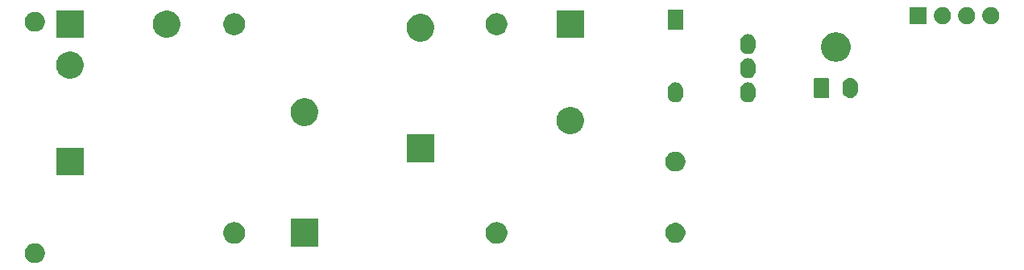
<source format=gbr>
G04 #@! TF.GenerationSoftware,KiCad,Pcbnew,(5.1.5)-3*
G04 #@! TF.CreationDate,2020-07-16T16:27:49-04:00*
G04 #@! TF.ProjectId,AIL_TSAL,41494c5f-5453-4414-9c2e-6b696361645f,rev?*
G04 #@! TF.SameCoordinates,Original*
G04 #@! TF.FileFunction,Soldermask,Bot*
G04 #@! TF.FilePolarity,Negative*
%FSLAX46Y46*%
G04 Gerber Fmt 4.6, Leading zero omitted, Abs format (unit mm)*
G04 Created by KiCad (PCBNEW (5.1.5)-3) date 2020-07-16 16:27:49*
%MOMM*%
%LPD*%
G04 APERTURE LIST*
%ADD10C,0.100000*%
G04 APERTURE END LIST*
D10*
G36*
X81586564Y-113289389D02*
G01*
X81777833Y-113368615D01*
X81777835Y-113368616D01*
X81949973Y-113483635D01*
X82096365Y-113630027D01*
X82211385Y-113802167D01*
X82290611Y-113993436D01*
X82331000Y-114196484D01*
X82331000Y-114403516D01*
X82290611Y-114606564D01*
X82211385Y-114797833D01*
X82211384Y-114797835D01*
X82096365Y-114969973D01*
X81949973Y-115116365D01*
X81777835Y-115231384D01*
X81777834Y-115231385D01*
X81777833Y-115231385D01*
X81586564Y-115310611D01*
X81383516Y-115351000D01*
X81176484Y-115351000D01*
X80973436Y-115310611D01*
X80782167Y-115231385D01*
X80782166Y-115231385D01*
X80782165Y-115231384D01*
X80610027Y-115116365D01*
X80463635Y-114969973D01*
X80348616Y-114797835D01*
X80348615Y-114797833D01*
X80269389Y-114606564D01*
X80229000Y-114403516D01*
X80229000Y-114196484D01*
X80269389Y-113993436D01*
X80348615Y-113802167D01*
X80463635Y-113630027D01*
X80610027Y-113483635D01*
X80782165Y-113368616D01*
X80782167Y-113368615D01*
X80973436Y-113289389D01*
X81176484Y-113249000D01*
X81383516Y-113249000D01*
X81586564Y-113289389D01*
G37*
G36*
X111052000Y-113592000D02*
G01*
X108150000Y-113592000D01*
X108150000Y-110690000D01*
X111052000Y-110690000D01*
X111052000Y-113592000D01*
G37*
G36*
X102459549Y-111041116D02*
G01*
X102570734Y-111063232D01*
X102780203Y-111149997D01*
X102968720Y-111275960D01*
X103129040Y-111436280D01*
X103255003Y-111624797D01*
X103341768Y-111834266D01*
X103386000Y-112056636D01*
X103386000Y-112283364D01*
X103341768Y-112505734D01*
X103255003Y-112715203D01*
X103129040Y-112903720D01*
X102968720Y-113064040D01*
X102780203Y-113190003D01*
X102780202Y-113190004D01*
X102780201Y-113190004D01*
X102718850Y-113215416D01*
X102570734Y-113276768D01*
X102459549Y-113298884D01*
X102348365Y-113321000D01*
X102121635Y-113321000D01*
X102010451Y-113298884D01*
X101899266Y-113276768D01*
X101751150Y-113215416D01*
X101689799Y-113190004D01*
X101689798Y-113190004D01*
X101689797Y-113190003D01*
X101501280Y-113064040D01*
X101340960Y-112903720D01*
X101214997Y-112715203D01*
X101128232Y-112505734D01*
X101084000Y-112283364D01*
X101084000Y-112056636D01*
X101128232Y-111834266D01*
X101214997Y-111624797D01*
X101340960Y-111436280D01*
X101501280Y-111275960D01*
X101689797Y-111149997D01*
X101899266Y-111063232D01*
X102010451Y-111041116D01*
X102121635Y-111019000D01*
X102348365Y-111019000D01*
X102459549Y-111041116D01*
G37*
G36*
X130018549Y-111041116D02*
G01*
X130129734Y-111063232D01*
X130339203Y-111149997D01*
X130527720Y-111275960D01*
X130688040Y-111436280D01*
X130814003Y-111624797D01*
X130900768Y-111834266D01*
X130945000Y-112056636D01*
X130945000Y-112283364D01*
X130900768Y-112505734D01*
X130814003Y-112715203D01*
X130688040Y-112903720D01*
X130527720Y-113064040D01*
X130339203Y-113190003D01*
X130339202Y-113190004D01*
X130339201Y-113190004D01*
X130277850Y-113215416D01*
X130129734Y-113276768D01*
X130018549Y-113298884D01*
X129907365Y-113321000D01*
X129680635Y-113321000D01*
X129569451Y-113298884D01*
X129458266Y-113276768D01*
X129310150Y-113215416D01*
X129248799Y-113190004D01*
X129248798Y-113190004D01*
X129248797Y-113190003D01*
X129060280Y-113064040D01*
X128899960Y-112903720D01*
X128773997Y-112715203D01*
X128687232Y-112505734D01*
X128643000Y-112283364D01*
X128643000Y-112056636D01*
X128687232Y-111834266D01*
X128773997Y-111624797D01*
X128899960Y-111436280D01*
X129060280Y-111275960D01*
X129248797Y-111149997D01*
X129458266Y-111063232D01*
X129569451Y-111041116D01*
X129680635Y-111019000D01*
X129907365Y-111019000D01*
X130018549Y-111041116D01*
G37*
G36*
X148896564Y-111137389D02*
G01*
X149087833Y-111216615D01*
X149087835Y-111216616D01*
X149259973Y-111331635D01*
X149406365Y-111478027D01*
X149504434Y-111624797D01*
X149521385Y-111650167D01*
X149600611Y-111841436D01*
X149641000Y-112044484D01*
X149641000Y-112251516D01*
X149600611Y-112454564D01*
X149521385Y-112645833D01*
X149521384Y-112645835D01*
X149406365Y-112817973D01*
X149259973Y-112964365D01*
X149087835Y-113079384D01*
X149087834Y-113079385D01*
X149087833Y-113079385D01*
X148896564Y-113158611D01*
X148693516Y-113199000D01*
X148486484Y-113199000D01*
X148283436Y-113158611D01*
X148092167Y-113079385D01*
X148092166Y-113079385D01*
X148092165Y-113079384D01*
X147920027Y-112964365D01*
X147773635Y-112817973D01*
X147658616Y-112645835D01*
X147658615Y-112645833D01*
X147579389Y-112454564D01*
X147539000Y-112251516D01*
X147539000Y-112044484D01*
X147579389Y-111841436D01*
X147658615Y-111650167D01*
X147675567Y-111624797D01*
X147773635Y-111478027D01*
X147920027Y-111331635D01*
X148092165Y-111216616D01*
X148092167Y-111216615D01*
X148283436Y-111137389D01*
X148486484Y-111097000D01*
X148693516Y-111097000D01*
X148896564Y-111137389D01*
G37*
G36*
X86414000Y-106099000D02*
G01*
X83512000Y-106099000D01*
X83512000Y-103197000D01*
X86414000Y-103197000D01*
X86414000Y-106099000D01*
G37*
G36*
X148896564Y-103637389D02*
G01*
X149087833Y-103716615D01*
X149087835Y-103716616D01*
X149259973Y-103831635D01*
X149406365Y-103978027D01*
X149521385Y-104150167D01*
X149600611Y-104341436D01*
X149641000Y-104544484D01*
X149641000Y-104751516D01*
X149600611Y-104954564D01*
X149521385Y-105145833D01*
X149521384Y-105145835D01*
X149406365Y-105317973D01*
X149259973Y-105464365D01*
X149087835Y-105579384D01*
X149087834Y-105579385D01*
X149087833Y-105579385D01*
X148896564Y-105658611D01*
X148693516Y-105699000D01*
X148486484Y-105699000D01*
X148283436Y-105658611D01*
X148092167Y-105579385D01*
X148092166Y-105579385D01*
X148092165Y-105579384D01*
X147920027Y-105464365D01*
X147773635Y-105317973D01*
X147658616Y-105145835D01*
X147658615Y-105145833D01*
X147579389Y-104954564D01*
X147539000Y-104751516D01*
X147539000Y-104544484D01*
X147579389Y-104341436D01*
X147658615Y-104150167D01*
X147773635Y-103978027D01*
X147920027Y-103831635D01*
X148092165Y-103716616D01*
X148092167Y-103716615D01*
X148283436Y-103637389D01*
X148486484Y-103597000D01*
X148693516Y-103597000D01*
X148896564Y-103637389D01*
G37*
G36*
X123244000Y-104702000D02*
G01*
X120342000Y-104702000D01*
X120342000Y-101800000D01*
X123244000Y-101800000D01*
X123244000Y-104702000D01*
G37*
G36*
X137964241Y-98934760D02*
G01*
X138228305Y-99044139D01*
X138465958Y-99202934D01*
X138668066Y-99405042D01*
X138826861Y-99642695D01*
X138936240Y-99906759D01*
X138992000Y-100187088D01*
X138992000Y-100472912D01*
X138936240Y-100753241D01*
X138826861Y-101017305D01*
X138668066Y-101254958D01*
X138465958Y-101457066D01*
X138228305Y-101615861D01*
X137964241Y-101725240D01*
X137683912Y-101781000D01*
X137398088Y-101781000D01*
X137117759Y-101725240D01*
X136853695Y-101615861D01*
X136616042Y-101457066D01*
X136413934Y-101254958D01*
X136255139Y-101017305D01*
X136145760Y-100753241D01*
X136090000Y-100472912D01*
X136090000Y-100187088D01*
X136145760Y-99906759D01*
X136255139Y-99642695D01*
X136413934Y-99405042D01*
X136616042Y-99202934D01*
X136853695Y-99044139D01*
X137117759Y-98934760D01*
X137398088Y-98879000D01*
X137683912Y-98879000D01*
X137964241Y-98934760D01*
G37*
G36*
X110024241Y-98045760D02*
G01*
X110288305Y-98155139D01*
X110525958Y-98313934D01*
X110728066Y-98516042D01*
X110886861Y-98753695D01*
X110996240Y-99017759D01*
X111052000Y-99298088D01*
X111052000Y-99583912D01*
X110996240Y-99864241D01*
X110886861Y-100128305D01*
X110728066Y-100365958D01*
X110525958Y-100568066D01*
X110288305Y-100726861D01*
X110024241Y-100836240D01*
X109743912Y-100892000D01*
X109458088Y-100892000D01*
X109177759Y-100836240D01*
X108913695Y-100726861D01*
X108676042Y-100568066D01*
X108473934Y-100365958D01*
X108315139Y-100128305D01*
X108205760Y-99864241D01*
X108150000Y-99583912D01*
X108150000Y-99298088D01*
X108205760Y-99017759D01*
X108315139Y-98753695D01*
X108473934Y-98516042D01*
X108676042Y-98313934D01*
X108913695Y-98155139D01*
X109177759Y-98045760D01*
X109458088Y-97990000D01*
X109743912Y-97990000D01*
X110024241Y-98045760D01*
G37*
G36*
X148747022Y-96318790D02*
G01*
X148847681Y-96349325D01*
X148898012Y-96364592D01*
X149037164Y-96438971D01*
X149159133Y-96539067D01*
X149210497Y-96601655D01*
X149259229Y-96661035D01*
X149333608Y-96800187D01*
X149348875Y-96850518D01*
X149379410Y-96951177D01*
X149391000Y-97068855D01*
X149391000Y-97647545D01*
X149379410Y-97765223D01*
X149355714Y-97843337D01*
X149333608Y-97916213D01*
X149259229Y-98055365D01*
X149159133Y-98177333D01*
X149037165Y-98277429D01*
X148898013Y-98351808D01*
X148847682Y-98367075D01*
X148747023Y-98397610D01*
X148590000Y-98413075D01*
X148432978Y-98397610D01*
X148332319Y-98367075D01*
X148281988Y-98351808D01*
X148142836Y-98277429D01*
X148020868Y-98177333D01*
X148002654Y-98155139D01*
X147920771Y-98055365D01*
X147860003Y-97941676D01*
X147846392Y-97916213D01*
X147824286Y-97843337D01*
X147800590Y-97765223D01*
X147789000Y-97647545D01*
X147789000Y-97068856D01*
X147800590Y-96951178D01*
X147846392Y-96800189D01*
X147846392Y-96800188D01*
X147920771Y-96661036D01*
X147920772Y-96661035D01*
X148020867Y-96539067D01*
X148142835Y-96438971D01*
X148281987Y-96364592D01*
X148332318Y-96349325D01*
X148432977Y-96318790D01*
X148590000Y-96303325D01*
X148747022Y-96318790D01*
G37*
G36*
X156367022Y-96318790D02*
G01*
X156467681Y-96349325D01*
X156518012Y-96364592D01*
X156657164Y-96438971D01*
X156779133Y-96539067D01*
X156830497Y-96601655D01*
X156879229Y-96661035D01*
X156953608Y-96800187D01*
X156968875Y-96850518D01*
X156999410Y-96951177D01*
X157011000Y-97068855D01*
X157011000Y-97647545D01*
X156999410Y-97765223D01*
X156975714Y-97843337D01*
X156953608Y-97916213D01*
X156879229Y-98055365D01*
X156779133Y-98177333D01*
X156657165Y-98277429D01*
X156518013Y-98351808D01*
X156467682Y-98367075D01*
X156367023Y-98397610D01*
X156210000Y-98413075D01*
X156052978Y-98397610D01*
X155952319Y-98367075D01*
X155901988Y-98351808D01*
X155762836Y-98277429D01*
X155640868Y-98177333D01*
X155622654Y-98155139D01*
X155540771Y-98055365D01*
X155480003Y-97941676D01*
X155466392Y-97916213D01*
X155444286Y-97843337D01*
X155420590Y-97765223D01*
X155409000Y-97647545D01*
X155409000Y-97068856D01*
X155420590Y-96951178D01*
X155466392Y-96800189D01*
X155466392Y-96800188D01*
X155540771Y-96661036D01*
X155540772Y-96661035D01*
X155640867Y-96539067D01*
X155762835Y-96438971D01*
X155901987Y-96364592D01*
X155952318Y-96349325D01*
X156052977Y-96318790D01*
X156210000Y-96303325D01*
X156367022Y-96318790D01*
G37*
G36*
X167114022Y-95851590D02*
G01*
X167214681Y-95882125D01*
X167265012Y-95897392D01*
X167342854Y-95939000D01*
X167404164Y-95971771D01*
X167526133Y-96071867D01*
X167626229Y-96193835D01*
X167700608Y-96332987D01*
X167710195Y-96364592D01*
X167746410Y-96483977D01*
X167758000Y-96601655D01*
X167758000Y-97200345D01*
X167746410Y-97318023D01*
X167715875Y-97418682D01*
X167700608Y-97469013D01*
X167626229Y-97608165D01*
X167526133Y-97730133D01*
X167404165Y-97830229D01*
X167265013Y-97904608D01*
X167214682Y-97919875D01*
X167114023Y-97950410D01*
X166957000Y-97965875D01*
X166799978Y-97950410D01*
X166699319Y-97919875D01*
X166648988Y-97904608D01*
X166509836Y-97830229D01*
X166387868Y-97730133D01*
X166359035Y-97695000D01*
X166287772Y-97608165D01*
X166213392Y-97469013D01*
X166198125Y-97418682D01*
X166167590Y-97318023D01*
X166156000Y-97200345D01*
X166156000Y-96601656D01*
X166167590Y-96483978D01*
X166213392Y-96332989D01*
X166213392Y-96332988D01*
X166287771Y-96193836D01*
X166287772Y-96193835D01*
X166387867Y-96071867D01*
X166509835Y-95971771D01*
X166571145Y-95939000D01*
X166648987Y-95897392D01*
X166699318Y-95882125D01*
X166799977Y-95851590D01*
X166957000Y-95836125D01*
X167114022Y-95851590D01*
G37*
G36*
X164610048Y-95844122D02*
G01*
X164644387Y-95854539D01*
X164676036Y-95871456D01*
X164703778Y-95894222D01*
X164726544Y-95921964D01*
X164743461Y-95953613D01*
X164753878Y-95987952D01*
X164758000Y-96029807D01*
X164758000Y-97772193D01*
X164753878Y-97814048D01*
X164743461Y-97848387D01*
X164726544Y-97880036D01*
X164703778Y-97907778D01*
X164676036Y-97930544D01*
X164644387Y-97947461D01*
X164610048Y-97957878D01*
X164568193Y-97962000D01*
X163345807Y-97962000D01*
X163303952Y-97957878D01*
X163269613Y-97947461D01*
X163237964Y-97930544D01*
X163210222Y-97907778D01*
X163187456Y-97880036D01*
X163170539Y-97848387D01*
X163160122Y-97814048D01*
X163156000Y-97772193D01*
X163156000Y-96029807D01*
X163160122Y-95987952D01*
X163170539Y-95953613D01*
X163187456Y-95921964D01*
X163210222Y-95894222D01*
X163237964Y-95871456D01*
X163269613Y-95854539D01*
X163303952Y-95844122D01*
X163345807Y-95840000D01*
X164568193Y-95840000D01*
X164610048Y-95844122D01*
G37*
G36*
X85386241Y-93092760D02*
G01*
X85650305Y-93202139D01*
X85887958Y-93360934D01*
X86090066Y-93563042D01*
X86248861Y-93800695D01*
X86358240Y-94064759D01*
X86414000Y-94345088D01*
X86414000Y-94630912D01*
X86358240Y-94911241D01*
X86248861Y-95175305D01*
X86090066Y-95412958D01*
X85887958Y-95615066D01*
X85650305Y-95773861D01*
X85386241Y-95883240D01*
X85105912Y-95939000D01*
X84820088Y-95939000D01*
X84539759Y-95883240D01*
X84275695Y-95773861D01*
X84038042Y-95615066D01*
X83835934Y-95412958D01*
X83677139Y-95175305D01*
X83567760Y-94911241D01*
X83512000Y-94630912D01*
X83512000Y-94345088D01*
X83567760Y-94064759D01*
X83677139Y-93800695D01*
X83835934Y-93563042D01*
X84038042Y-93360934D01*
X84275695Y-93202139D01*
X84539759Y-93092760D01*
X84820088Y-93037000D01*
X85105912Y-93037000D01*
X85386241Y-93092760D01*
G37*
G36*
X156367022Y-93778790D02*
G01*
X156439233Y-93800695D01*
X156518012Y-93824592D01*
X156657164Y-93898971D01*
X156779133Y-93999067D01*
X156839312Y-94072396D01*
X156879229Y-94121035D01*
X156953608Y-94260187D01*
X156968875Y-94310518D01*
X156999410Y-94411177D01*
X157011000Y-94528855D01*
X157011000Y-95107545D01*
X156999410Y-95225223D01*
X156968875Y-95325882D01*
X156953608Y-95376213D01*
X156879229Y-95515365D01*
X156779133Y-95637333D01*
X156657165Y-95737429D01*
X156518013Y-95811808D01*
X156467682Y-95827075D01*
X156367023Y-95857610D01*
X156210000Y-95873075D01*
X156052978Y-95857610D01*
X155952319Y-95827075D01*
X155901988Y-95811808D01*
X155762836Y-95737429D01*
X155640868Y-95637333D01*
X155622593Y-95615065D01*
X155540771Y-95515365D01*
X155485607Y-95412161D01*
X155466392Y-95376213D01*
X155451125Y-95325882D01*
X155420590Y-95225223D01*
X155409000Y-95107545D01*
X155409000Y-94528856D01*
X155420590Y-94411178D01*
X155466392Y-94260189D01*
X155466392Y-94260188D01*
X155540771Y-94121036D01*
X155540772Y-94121035D01*
X155640867Y-93999067D01*
X155762835Y-93898971D01*
X155901987Y-93824592D01*
X155980766Y-93800695D01*
X156052977Y-93778790D01*
X156210000Y-93763325D01*
X156367022Y-93778790D01*
G37*
G36*
X165759585Y-91059802D02*
G01*
X165909410Y-91089604D01*
X166191674Y-91206521D01*
X166445705Y-91376259D01*
X166661741Y-91592295D01*
X166831479Y-91846326D01*
X166948396Y-92128590D01*
X167008000Y-92428240D01*
X167008000Y-92733760D01*
X166948396Y-93033410D01*
X166831479Y-93315674D01*
X166661741Y-93569705D01*
X166445705Y-93785741D01*
X166191674Y-93955479D01*
X165909410Y-94072396D01*
X165759585Y-94102198D01*
X165609761Y-94132000D01*
X165304239Y-94132000D01*
X165154415Y-94102198D01*
X165004590Y-94072396D01*
X164722326Y-93955479D01*
X164468295Y-93785741D01*
X164252259Y-93569705D01*
X164082521Y-93315674D01*
X163965604Y-93033410D01*
X163906000Y-92733760D01*
X163906000Y-92428240D01*
X163965604Y-92128590D01*
X164082521Y-91846326D01*
X164252259Y-91592295D01*
X164468295Y-91376259D01*
X164722326Y-91206521D01*
X165004590Y-91089604D01*
X165154415Y-91059802D01*
X165304239Y-91030000D01*
X165609761Y-91030000D01*
X165759585Y-91059802D01*
G37*
G36*
X156367022Y-91238790D02*
G01*
X156467681Y-91269325D01*
X156518012Y-91284592D01*
X156657164Y-91358971D01*
X156779133Y-91459067D01*
X156866266Y-91565239D01*
X156879229Y-91581035D01*
X156953608Y-91720187D01*
X156968875Y-91770518D01*
X156999410Y-91871177D01*
X157011000Y-91988855D01*
X157011000Y-92567545D01*
X156999410Y-92685223D01*
X156984686Y-92733760D01*
X156953608Y-92836213D01*
X156879229Y-92975365D01*
X156779133Y-93097333D01*
X156657165Y-93197429D01*
X156518013Y-93271808D01*
X156467682Y-93287075D01*
X156367023Y-93317610D01*
X156210000Y-93333075D01*
X156052978Y-93317610D01*
X155952319Y-93287075D01*
X155901988Y-93271808D01*
X155762836Y-93197429D01*
X155640868Y-93097333D01*
X155637115Y-93092760D01*
X155540771Y-92975365D01*
X155485607Y-92872161D01*
X155466392Y-92836213D01*
X155435314Y-92733760D01*
X155420590Y-92685223D01*
X155409000Y-92567545D01*
X155409000Y-91988856D01*
X155420590Y-91871178D01*
X155466392Y-91720189D01*
X155466392Y-91720188D01*
X155540771Y-91581036D01*
X155553735Y-91565239D01*
X155640867Y-91459067D01*
X155762835Y-91358971D01*
X155901987Y-91284592D01*
X155952318Y-91269325D01*
X156052977Y-91238790D01*
X156210000Y-91223325D01*
X156367022Y-91238790D01*
G37*
G36*
X122216241Y-89155760D02*
G01*
X122480305Y-89265139D01*
X122717958Y-89423934D01*
X122920066Y-89626042D01*
X123078861Y-89863695D01*
X123188240Y-90127759D01*
X123244000Y-90408088D01*
X123244000Y-90693912D01*
X123188240Y-90974241D01*
X123078861Y-91238305D01*
X122920066Y-91475958D01*
X122717958Y-91678066D01*
X122480305Y-91836861D01*
X122216241Y-91946240D01*
X121935912Y-92002000D01*
X121650088Y-92002000D01*
X121369759Y-91946240D01*
X121105695Y-91836861D01*
X120868042Y-91678066D01*
X120665934Y-91475958D01*
X120507139Y-91238305D01*
X120397760Y-90974241D01*
X120342000Y-90693912D01*
X120342000Y-90408088D01*
X120397760Y-90127759D01*
X120507139Y-89863695D01*
X120665934Y-89626042D01*
X120868042Y-89423934D01*
X121105695Y-89265139D01*
X121369759Y-89155760D01*
X121650088Y-89100000D01*
X121935912Y-89100000D01*
X122216241Y-89155760D01*
G37*
G36*
X86414000Y-91621000D02*
G01*
X83512000Y-91621000D01*
X83512000Y-88719000D01*
X86414000Y-88719000D01*
X86414000Y-91621000D01*
G37*
G36*
X95546241Y-88774760D02*
G01*
X95810305Y-88884139D01*
X96047958Y-89042934D01*
X96250066Y-89245042D01*
X96408861Y-89482695D01*
X96518240Y-89746759D01*
X96574000Y-90027088D01*
X96574000Y-90312912D01*
X96518240Y-90593241D01*
X96408861Y-90857305D01*
X96250066Y-91094958D01*
X96047958Y-91297066D01*
X95810305Y-91455861D01*
X95546241Y-91565240D01*
X95265912Y-91621000D01*
X94980088Y-91621000D01*
X94699759Y-91565240D01*
X94435695Y-91455861D01*
X94198042Y-91297066D01*
X93995934Y-91094958D01*
X93837139Y-90857305D01*
X93727760Y-90593241D01*
X93672000Y-90312912D01*
X93672000Y-90027088D01*
X93727760Y-89746759D01*
X93837139Y-89482695D01*
X93995934Y-89245042D01*
X94198042Y-89042934D01*
X94435695Y-88884139D01*
X94699759Y-88774760D01*
X94980088Y-88719000D01*
X95265912Y-88719000D01*
X95546241Y-88774760D01*
G37*
G36*
X138992000Y-91621000D02*
G01*
X136090000Y-91621000D01*
X136090000Y-88719000D01*
X138992000Y-88719000D01*
X138992000Y-91621000D01*
G37*
G36*
X102459549Y-89041116D02*
G01*
X102570734Y-89063232D01*
X102780203Y-89149997D01*
X102968720Y-89275960D01*
X103129040Y-89436280D01*
X103255003Y-89624797D01*
X103341768Y-89834266D01*
X103347622Y-89863695D01*
X103386000Y-90056635D01*
X103386000Y-90283365D01*
X103341768Y-90505733D01*
X103263823Y-90693911D01*
X103255003Y-90715203D01*
X103129040Y-90903720D01*
X102968720Y-91064040D01*
X102780203Y-91190003D01*
X102570734Y-91276768D01*
X102468694Y-91297065D01*
X102348365Y-91321000D01*
X102121635Y-91321000D01*
X102001306Y-91297065D01*
X101899266Y-91276768D01*
X101689797Y-91190003D01*
X101501280Y-91064040D01*
X101340960Y-90903720D01*
X101214997Y-90715203D01*
X101206178Y-90693911D01*
X101128232Y-90505733D01*
X101084000Y-90283365D01*
X101084000Y-90056635D01*
X101122378Y-89863695D01*
X101128232Y-89834266D01*
X101214997Y-89624797D01*
X101340960Y-89436280D01*
X101501280Y-89275960D01*
X101689797Y-89149997D01*
X101899266Y-89063232D01*
X102010451Y-89041116D01*
X102121635Y-89019000D01*
X102348365Y-89019000D01*
X102459549Y-89041116D01*
G37*
G36*
X130018549Y-89041116D02*
G01*
X130129734Y-89063232D01*
X130339203Y-89149997D01*
X130527720Y-89275960D01*
X130688040Y-89436280D01*
X130814003Y-89624797D01*
X130900768Y-89834266D01*
X130906622Y-89863695D01*
X130945000Y-90056635D01*
X130945000Y-90283365D01*
X130900768Y-90505733D01*
X130822823Y-90693911D01*
X130814003Y-90715203D01*
X130688040Y-90903720D01*
X130527720Y-91064040D01*
X130339203Y-91190003D01*
X130129734Y-91276768D01*
X130027694Y-91297065D01*
X129907365Y-91321000D01*
X129680635Y-91321000D01*
X129560306Y-91297065D01*
X129458266Y-91276768D01*
X129248797Y-91190003D01*
X129060280Y-91064040D01*
X128899960Y-90903720D01*
X128773997Y-90715203D01*
X128765178Y-90693911D01*
X128687232Y-90505733D01*
X128643000Y-90283365D01*
X128643000Y-90056635D01*
X128681378Y-89863695D01*
X128687232Y-89834266D01*
X128773997Y-89624797D01*
X128899960Y-89436280D01*
X129060280Y-89275960D01*
X129248797Y-89149997D01*
X129458266Y-89063232D01*
X129569451Y-89041116D01*
X129680635Y-89019000D01*
X129907365Y-89019000D01*
X130018549Y-89041116D01*
G37*
G36*
X81586564Y-88905389D02*
G01*
X81777833Y-88984615D01*
X81777835Y-88984616D01*
X81895492Y-89063232D01*
X81949973Y-89099635D01*
X82096365Y-89246027D01*
X82211385Y-89418167D01*
X82290611Y-89609436D01*
X82331000Y-89812484D01*
X82331000Y-90019516D01*
X82290611Y-90222564D01*
X82213764Y-90408089D01*
X82211384Y-90413835D01*
X82096365Y-90585973D01*
X81949973Y-90732365D01*
X81777835Y-90847384D01*
X81777834Y-90847385D01*
X81777833Y-90847385D01*
X81586564Y-90926611D01*
X81383516Y-90967000D01*
X81176484Y-90967000D01*
X80973436Y-90926611D01*
X80782167Y-90847385D01*
X80782166Y-90847385D01*
X80782165Y-90847384D01*
X80610027Y-90732365D01*
X80463635Y-90585973D01*
X80348616Y-90413835D01*
X80346236Y-90408089D01*
X80269389Y-90222564D01*
X80229000Y-90019516D01*
X80229000Y-89812484D01*
X80269389Y-89609436D01*
X80348615Y-89418167D01*
X80463635Y-89246027D01*
X80610027Y-89099635D01*
X80664508Y-89063232D01*
X80782165Y-88984616D01*
X80782167Y-88984615D01*
X80973436Y-88905389D01*
X81176484Y-88865000D01*
X81383516Y-88865000D01*
X81586564Y-88905389D01*
G37*
G36*
X149391000Y-90789200D02*
G01*
X147789000Y-90789200D01*
X147789000Y-88687200D01*
X149391000Y-88687200D01*
X149391000Y-90789200D01*
G37*
G36*
X175018000Y-90182000D02*
G01*
X173216000Y-90182000D01*
X173216000Y-88380000D01*
X175018000Y-88380000D01*
X175018000Y-90182000D01*
G37*
G36*
X176770512Y-88384927D02*
G01*
X176919812Y-88414624D01*
X177083784Y-88482544D01*
X177231354Y-88581147D01*
X177356853Y-88706646D01*
X177455456Y-88854216D01*
X177523376Y-89018188D01*
X177558000Y-89192259D01*
X177558000Y-89369741D01*
X177523376Y-89543812D01*
X177455456Y-89707784D01*
X177356853Y-89855354D01*
X177231354Y-89980853D01*
X177083784Y-90079456D01*
X176919812Y-90147376D01*
X176770512Y-90177073D01*
X176745742Y-90182000D01*
X176568258Y-90182000D01*
X176543488Y-90177073D01*
X176394188Y-90147376D01*
X176230216Y-90079456D01*
X176082646Y-89980853D01*
X175957147Y-89855354D01*
X175858544Y-89707784D01*
X175790624Y-89543812D01*
X175756000Y-89369741D01*
X175756000Y-89192259D01*
X175790624Y-89018188D01*
X175858544Y-88854216D01*
X175957147Y-88706646D01*
X176082646Y-88581147D01*
X176230216Y-88482544D01*
X176394188Y-88414624D01*
X176543488Y-88384927D01*
X176568258Y-88380000D01*
X176745742Y-88380000D01*
X176770512Y-88384927D01*
G37*
G36*
X179310512Y-88384927D02*
G01*
X179459812Y-88414624D01*
X179623784Y-88482544D01*
X179771354Y-88581147D01*
X179896853Y-88706646D01*
X179995456Y-88854216D01*
X180063376Y-89018188D01*
X180098000Y-89192259D01*
X180098000Y-89369741D01*
X180063376Y-89543812D01*
X179995456Y-89707784D01*
X179896853Y-89855354D01*
X179771354Y-89980853D01*
X179623784Y-90079456D01*
X179459812Y-90147376D01*
X179310512Y-90177073D01*
X179285742Y-90182000D01*
X179108258Y-90182000D01*
X179083488Y-90177073D01*
X178934188Y-90147376D01*
X178770216Y-90079456D01*
X178622646Y-89980853D01*
X178497147Y-89855354D01*
X178398544Y-89707784D01*
X178330624Y-89543812D01*
X178296000Y-89369741D01*
X178296000Y-89192259D01*
X178330624Y-89018188D01*
X178398544Y-88854216D01*
X178497147Y-88706646D01*
X178622646Y-88581147D01*
X178770216Y-88482544D01*
X178934188Y-88414624D01*
X179083488Y-88384927D01*
X179108258Y-88380000D01*
X179285742Y-88380000D01*
X179310512Y-88384927D01*
G37*
G36*
X181850512Y-88384927D02*
G01*
X181999812Y-88414624D01*
X182163784Y-88482544D01*
X182311354Y-88581147D01*
X182436853Y-88706646D01*
X182535456Y-88854216D01*
X182603376Y-89018188D01*
X182638000Y-89192259D01*
X182638000Y-89369741D01*
X182603376Y-89543812D01*
X182535456Y-89707784D01*
X182436853Y-89855354D01*
X182311354Y-89980853D01*
X182163784Y-90079456D01*
X181999812Y-90147376D01*
X181850512Y-90177073D01*
X181825742Y-90182000D01*
X181648258Y-90182000D01*
X181623488Y-90177073D01*
X181474188Y-90147376D01*
X181310216Y-90079456D01*
X181162646Y-89980853D01*
X181037147Y-89855354D01*
X180938544Y-89707784D01*
X180870624Y-89543812D01*
X180836000Y-89369741D01*
X180836000Y-89192259D01*
X180870624Y-89018188D01*
X180938544Y-88854216D01*
X181037147Y-88706646D01*
X181162646Y-88581147D01*
X181310216Y-88482544D01*
X181474188Y-88414624D01*
X181623488Y-88384927D01*
X181648258Y-88380000D01*
X181825742Y-88380000D01*
X181850512Y-88384927D01*
G37*
M02*

</source>
